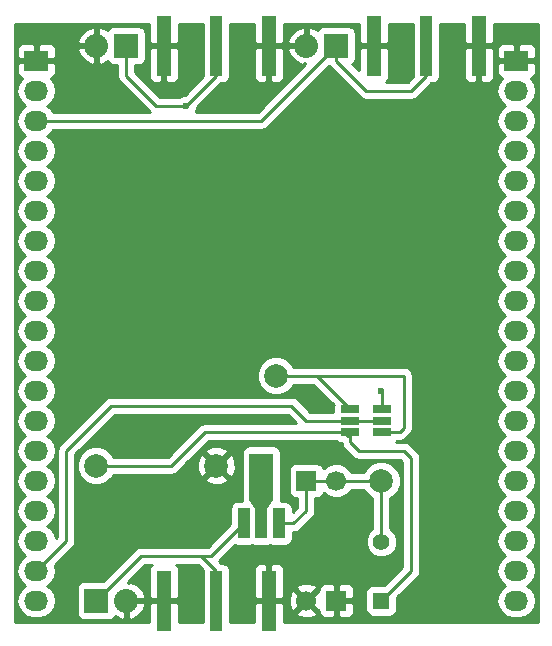
<source format=gbr>
G04 #@! TF.FileFunction,Copper,L1,Top,Signal*
%FSLAX46Y46*%
G04 Gerber Fmt 4.6, Leading zero omitted, Abs format (unit mm)*
G04 Created by KiCad (PCBNEW 4.0.3+e1-6302~38~ubuntu16.04.1-stable) date Thu Aug 25 17:22:04 2016*
%MOMM*%
%LPD*%
G01*
G04 APERTURE LIST*
%ADD10C,0.100000*%
%ADD11R,1.560000X0.650000*%
%ADD12R,1.400000X1.400000*%
%ADD13C,1.400000*%
%ADD14C,1.699260*%
%ADD15R,1.699260X1.699260*%
%ADD16R,2.032000X2.032000*%
%ADD17O,2.032000X2.032000*%
%ADD18C,1.998980*%
%ADD19R,1.000760X2.501900*%
%ADD20R,1.998980X4.000500*%
%ADD21C,2.000000*%
%ADD22R,1.270000X5.080000*%
%ADD23R,1.016000X5.080000*%
%ADD24R,2.032000X1.727200*%
%ADD25O,2.032000X1.727200*%
%ADD26C,0.600000*%
%ADD27C,0.250000*%
%ADD28C,0.254000*%
G04 APERTURE END LIST*
D10*
D11*
X100250000Y-108270000D03*
X100250000Y-109220000D03*
X100250000Y-110170000D03*
X102950000Y-110170000D03*
X102950000Y-108270000D03*
X102950000Y-109220000D03*
D12*
X102870000Y-124460000D03*
D13*
X102870000Y-119460000D03*
D14*
X96522540Y-124460520D03*
D15*
X96522540Y-114300520D03*
D14*
X99057460Y-114299480D03*
D15*
X99057460Y-124459480D03*
D16*
X78740000Y-124460000D03*
D17*
X81280000Y-124460000D03*
D16*
X81280000Y-77470000D03*
D17*
X78740000Y-77470000D03*
D16*
X99060000Y-77470000D03*
D17*
X96520000Y-77470000D03*
D18*
X78740000Y-113030000D03*
X88900000Y-113030000D03*
D19*
X91208860Y-117922040D03*
X92710000Y-117922040D03*
X94211140Y-117922040D03*
D20*
X92710000Y-113969800D03*
D10*
G36*
X93710760Y-115944650D02*
X93210380Y-116693950D01*
X92209620Y-116693950D01*
X91709240Y-115944650D01*
X93710760Y-115944650D01*
X93710760Y-115944650D01*
G37*
D21*
X102870000Y-114300000D03*
X93980000Y-105410000D03*
D22*
X111125000Y-77470000D03*
X102235000Y-77470000D03*
D23*
X106680000Y-77470000D03*
D22*
X93345000Y-77470000D03*
X84455000Y-77470000D03*
D23*
X88900000Y-77470000D03*
D22*
X84455000Y-124460000D03*
X93345000Y-124460000D03*
D23*
X88900000Y-124460000D03*
D24*
X114300000Y-78740000D03*
D25*
X114300000Y-81280000D03*
X114300000Y-83820000D03*
X114300000Y-86360000D03*
X114300000Y-88900000D03*
X114300000Y-91440000D03*
X114300000Y-93980000D03*
X114300000Y-96520000D03*
X114300000Y-99060000D03*
X114300000Y-101600000D03*
X114300000Y-104140000D03*
X114300000Y-106680000D03*
X114300000Y-109220000D03*
X114300000Y-111760000D03*
X114300000Y-114300000D03*
X114300000Y-116840000D03*
X114300000Y-119380000D03*
X114300000Y-121920000D03*
X114300000Y-124460000D03*
D24*
X73660000Y-78740000D03*
D25*
X73660000Y-81280000D03*
X73660000Y-83820000D03*
X73660000Y-86360000D03*
X73660000Y-88900000D03*
X73660000Y-91440000D03*
X73660000Y-93980000D03*
X73660000Y-96520000D03*
X73660000Y-99060000D03*
X73660000Y-101600000D03*
X73660000Y-104140000D03*
X73660000Y-106680000D03*
X73660000Y-109220000D03*
X73660000Y-111760000D03*
X73660000Y-114300000D03*
X73660000Y-116840000D03*
X73660000Y-119380000D03*
X73660000Y-121920000D03*
X73660000Y-124460000D03*
D26*
X86360000Y-82550000D03*
X102870000Y-106680000D03*
D27*
X81280000Y-77470000D02*
X81280000Y-80010000D01*
X81280000Y-80010000D02*
X83820000Y-82550000D01*
X83820000Y-82550000D02*
X86360000Y-82550000D01*
X86360000Y-82550000D02*
X88900000Y-80010000D01*
X88900000Y-80010000D02*
X88900000Y-77470000D01*
X102950000Y-110170000D02*
X104460000Y-110170000D01*
X104775000Y-105410000D02*
X97155000Y-105410000D01*
X104775000Y-109855000D02*
X104775000Y-105410000D01*
X104460000Y-110170000D02*
X104775000Y-109855000D01*
X93980000Y-105410000D02*
X97155000Y-105410000D01*
X97155000Y-105410000D02*
X97390000Y-105410000D01*
X97390000Y-105410000D02*
X100250000Y-108270000D01*
X100250000Y-109220000D02*
X96520000Y-109220000D01*
X76200000Y-119380000D02*
X73660000Y-121920000D01*
X76200000Y-111760000D02*
X76200000Y-119380000D01*
X80010000Y-107950000D02*
X76200000Y-111760000D01*
X95250000Y-107950000D02*
X80010000Y-107950000D01*
X96520000Y-109220000D02*
X95250000Y-107950000D01*
X100250000Y-109220000D02*
X102950000Y-109220000D01*
X100250000Y-110170000D02*
X100250000Y-111045000D01*
X105410000Y-121920000D02*
X102870000Y-124460000D01*
X105410000Y-112395000D02*
X105410000Y-121920000D01*
X104775000Y-111760000D02*
X105410000Y-112395000D01*
X100965000Y-111760000D02*
X104775000Y-111760000D01*
X100250000Y-111045000D02*
X100965000Y-111760000D01*
X78740000Y-113030000D02*
X85090000Y-113030000D01*
X87950000Y-110170000D02*
X100250000Y-110170000D01*
X85090000Y-113030000D02*
X87950000Y-110170000D01*
X99930000Y-110490000D02*
X100250000Y-110170000D01*
X102950000Y-108270000D02*
X102950000Y-106760000D01*
X102950000Y-106760000D02*
X102870000Y-106680000D01*
X94211140Y-117922040D02*
X95437960Y-117922040D01*
X96522540Y-116837460D02*
X96522540Y-114300520D01*
X95437960Y-117922040D02*
X96522540Y-116837460D01*
X96522540Y-114300520D02*
X99056420Y-114300520D01*
X99056420Y-114300520D02*
X99056940Y-114300000D01*
X99056940Y-114300000D02*
X102870000Y-114300000D01*
X102870000Y-114300000D02*
X102870000Y-119460000D01*
X94211140Y-117922040D02*
X94211140Y-117881920D01*
X87630000Y-120650000D02*
X88480900Y-120650000D01*
X88480900Y-120650000D02*
X91208860Y-117922040D01*
X91208860Y-117922040D02*
X91208860Y-118341140D01*
X78740000Y-124460000D02*
X82550000Y-120650000D01*
X87630000Y-120650000D02*
X88900000Y-121920000D01*
X82550000Y-120650000D02*
X87630000Y-120650000D01*
X88900000Y-121920000D02*
X88900000Y-124460000D01*
X99060000Y-77470000D02*
X99060000Y-78740000D01*
X105410000Y-81280000D02*
X106680000Y-80010000D01*
X101600000Y-81280000D02*
X105410000Y-81280000D01*
X99060000Y-78740000D02*
X101600000Y-81280000D01*
X106680000Y-80010000D02*
X106680000Y-77470000D01*
X73660000Y-83820000D02*
X92710000Y-83820000D01*
X92710000Y-83820000D02*
X99060000Y-77470000D01*
X106680000Y-80010000D02*
X106680000Y-77470000D01*
X92710000Y-117922040D02*
X92710000Y-113969800D01*
D28*
G36*
X83185000Y-77184250D02*
X83343750Y-77343000D01*
X84328000Y-77343000D01*
X84328000Y-77323000D01*
X84582000Y-77323000D01*
X84582000Y-77343000D01*
X85566250Y-77343000D01*
X85725000Y-77184250D01*
X85725000Y-75640000D01*
X87744560Y-75640000D01*
X87744560Y-80010000D01*
X87757330Y-80077868D01*
X86220320Y-81614878D01*
X86174833Y-81614838D01*
X85831057Y-81756883D01*
X85797882Y-81790000D01*
X84134802Y-81790000D01*
X82040000Y-79695198D01*
X82040000Y-79133440D01*
X82296000Y-79133440D01*
X82531317Y-79089162D01*
X82747441Y-78950090D01*
X82892431Y-78737890D01*
X82943440Y-78486000D01*
X82943440Y-77755750D01*
X83185000Y-77755750D01*
X83185000Y-80136310D01*
X83281673Y-80369699D01*
X83460302Y-80548327D01*
X83693691Y-80645000D01*
X84169250Y-80645000D01*
X84328000Y-80486250D01*
X84328000Y-77597000D01*
X84582000Y-77597000D01*
X84582000Y-80486250D01*
X84740750Y-80645000D01*
X85216309Y-80645000D01*
X85449698Y-80548327D01*
X85628327Y-80369699D01*
X85725000Y-80136310D01*
X85725000Y-77755750D01*
X85566250Y-77597000D01*
X84582000Y-77597000D01*
X84328000Y-77597000D01*
X83343750Y-77597000D01*
X83185000Y-77755750D01*
X82943440Y-77755750D01*
X82943440Y-76454000D01*
X82899162Y-76218683D01*
X82760090Y-76002559D01*
X82547890Y-75857569D01*
X82296000Y-75806560D01*
X80264000Y-75806560D01*
X80028683Y-75850838D01*
X79812559Y-75989910D01*
X79712144Y-76136872D01*
X79708379Y-76132812D01*
X79122946Y-75864017D01*
X78867000Y-75982633D01*
X78867000Y-77343000D01*
X78887000Y-77343000D01*
X78887000Y-77597000D01*
X78867000Y-77597000D01*
X78867000Y-78957367D01*
X79122946Y-79075983D01*
X79708379Y-78807188D01*
X79712934Y-78802276D01*
X79799910Y-78937441D01*
X80012110Y-79082431D01*
X80264000Y-79133440D01*
X80520000Y-79133440D01*
X80520000Y-80010000D01*
X80577852Y-80300839D01*
X80742599Y-80547401D01*
X83255198Y-83060000D01*
X75104648Y-83060000D01*
X74904415Y-82760330D01*
X74589634Y-82550000D01*
X74904415Y-82339670D01*
X75229271Y-81853489D01*
X75343345Y-81280000D01*
X75229271Y-80706511D01*
X74904415Y-80220330D01*
X74882220Y-80205500D01*
X75035699Y-80141927D01*
X75214327Y-79963298D01*
X75311000Y-79729909D01*
X75311000Y-79025750D01*
X75152250Y-78867000D01*
X73787000Y-78867000D01*
X73787000Y-78887000D01*
X73533000Y-78887000D01*
X73533000Y-78867000D01*
X72167750Y-78867000D01*
X72009000Y-79025750D01*
X72009000Y-79729909D01*
X72105673Y-79963298D01*
X72284301Y-80141927D01*
X72437780Y-80205500D01*
X72415585Y-80220330D01*
X72090729Y-80706511D01*
X71976655Y-81280000D01*
X72090729Y-81853489D01*
X72415585Y-82339670D01*
X72730366Y-82550000D01*
X72415585Y-82760330D01*
X72090729Y-83246511D01*
X71976655Y-83820000D01*
X72090729Y-84393489D01*
X72415585Y-84879670D01*
X72730366Y-85090000D01*
X72415585Y-85300330D01*
X72090729Y-85786511D01*
X71976655Y-86360000D01*
X72090729Y-86933489D01*
X72415585Y-87419670D01*
X72730366Y-87630000D01*
X72415585Y-87840330D01*
X72090729Y-88326511D01*
X71976655Y-88900000D01*
X72090729Y-89473489D01*
X72415585Y-89959670D01*
X72730366Y-90170000D01*
X72415585Y-90380330D01*
X72090729Y-90866511D01*
X71976655Y-91440000D01*
X72090729Y-92013489D01*
X72415585Y-92499670D01*
X72730366Y-92710000D01*
X72415585Y-92920330D01*
X72090729Y-93406511D01*
X71976655Y-93980000D01*
X72090729Y-94553489D01*
X72415585Y-95039670D01*
X72730366Y-95250000D01*
X72415585Y-95460330D01*
X72090729Y-95946511D01*
X71976655Y-96520000D01*
X72090729Y-97093489D01*
X72415585Y-97579670D01*
X72730366Y-97790000D01*
X72415585Y-98000330D01*
X72090729Y-98486511D01*
X71976655Y-99060000D01*
X72090729Y-99633489D01*
X72415585Y-100119670D01*
X72730366Y-100330000D01*
X72415585Y-100540330D01*
X72090729Y-101026511D01*
X71976655Y-101600000D01*
X72090729Y-102173489D01*
X72415585Y-102659670D01*
X72730366Y-102870000D01*
X72415585Y-103080330D01*
X72090729Y-103566511D01*
X71976655Y-104140000D01*
X72090729Y-104713489D01*
X72415585Y-105199670D01*
X72730366Y-105410000D01*
X72415585Y-105620330D01*
X72090729Y-106106511D01*
X71976655Y-106680000D01*
X72090729Y-107253489D01*
X72415585Y-107739670D01*
X72730366Y-107950000D01*
X72415585Y-108160330D01*
X72090729Y-108646511D01*
X71976655Y-109220000D01*
X72090729Y-109793489D01*
X72415585Y-110279670D01*
X72730366Y-110490000D01*
X72415585Y-110700330D01*
X72090729Y-111186511D01*
X71976655Y-111760000D01*
X72090729Y-112333489D01*
X72415585Y-112819670D01*
X72730366Y-113030000D01*
X72415585Y-113240330D01*
X72090729Y-113726511D01*
X71976655Y-114300000D01*
X72090729Y-114873489D01*
X72415585Y-115359670D01*
X72730366Y-115570000D01*
X72415585Y-115780330D01*
X72090729Y-116266511D01*
X71976655Y-116840000D01*
X72090729Y-117413489D01*
X72415585Y-117899670D01*
X72730366Y-118110000D01*
X72415585Y-118320330D01*
X72090729Y-118806511D01*
X71976655Y-119380000D01*
X72090729Y-119953489D01*
X72415585Y-120439670D01*
X72730366Y-120650000D01*
X72415585Y-120860330D01*
X72090729Y-121346511D01*
X71976655Y-121920000D01*
X72090729Y-122493489D01*
X72415585Y-122979670D01*
X72730366Y-123190000D01*
X72415585Y-123400330D01*
X72090729Y-123886511D01*
X71976655Y-124460000D01*
X72090729Y-125033489D01*
X72415585Y-125519670D01*
X72901766Y-125844526D01*
X73475255Y-125958600D01*
X73844745Y-125958600D01*
X74418234Y-125844526D01*
X74904415Y-125519670D01*
X75229271Y-125033489D01*
X75343345Y-124460000D01*
X75229271Y-123886511D01*
X74904415Y-123400330D01*
X74589634Y-123190000D01*
X74904415Y-122979670D01*
X75229271Y-122493489D01*
X75343345Y-121920000D01*
X75242381Y-121412421D01*
X76737401Y-119917401D01*
X76902148Y-119670840D01*
X76911746Y-119622586D01*
X76960000Y-119380000D01*
X76960000Y-112074802D01*
X80324802Y-108710000D01*
X94935198Y-108710000D01*
X95635198Y-109410000D01*
X87950000Y-109410000D01*
X87659161Y-109467852D01*
X87412599Y-109632599D01*
X84775198Y-112270000D01*
X80194496Y-112270000D01*
X80126462Y-112105345D01*
X79667073Y-111645154D01*
X79066547Y-111395794D01*
X78416306Y-111395226D01*
X77815345Y-111643538D01*
X77355154Y-112102927D01*
X77105794Y-112703453D01*
X77105226Y-113353694D01*
X77353538Y-113954655D01*
X77812927Y-114414846D01*
X78413453Y-114664206D01*
X79063694Y-114664774D01*
X79664655Y-114416462D01*
X79899363Y-114182163D01*
X87927443Y-114182163D01*
X88026042Y-114448965D01*
X88635582Y-114675401D01*
X89285377Y-114651341D01*
X89773958Y-114448965D01*
X89872557Y-114182163D01*
X88900000Y-113209605D01*
X87927443Y-114182163D01*
X79899363Y-114182163D01*
X80124846Y-113957073D01*
X80194221Y-113790000D01*
X85090000Y-113790000D01*
X85380839Y-113732148D01*
X85627401Y-113567401D01*
X86429220Y-112765582D01*
X87254599Y-112765582D01*
X87278659Y-113415377D01*
X87481035Y-113903958D01*
X87747837Y-114002557D01*
X88720395Y-113030000D01*
X89079605Y-113030000D01*
X90052163Y-114002557D01*
X90318965Y-113903958D01*
X90545401Y-113294418D01*
X90521341Y-112644623D01*
X90318965Y-112156042D01*
X90052163Y-112057443D01*
X89079605Y-113030000D01*
X88720395Y-113030000D01*
X87747837Y-112057443D01*
X87481035Y-112156042D01*
X87254599Y-112765582D01*
X86429220Y-112765582D01*
X87316965Y-111877837D01*
X87927443Y-111877837D01*
X88900000Y-112850395D01*
X89872557Y-111877837D01*
X89773958Y-111611035D01*
X89164418Y-111384599D01*
X88514623Y-111408659D01*
X88026042Y-111611035D01*
X87927443Y-111877837D01*
X87316965Y-111877837D01*
X88264802Y-110930000D01*
X98995331Y-110930000D01*
X99005910Y-110946441D01*
X99218110Y-111091431D01*
X99470000Y-111142440D01*
X99509382Y-111142440D01*
X99547852Y-111335839D01*
X99712599Y-111582401D01*
X100427599Y-112297401D01*
X100674161Y-112462148D01*
X100965000Y-112520000D01*
X104460198Y-112520000D01*
X104650000Y-112709802D01*
X104650000Y-121605198D01*
X103142638Y-123112560D01*
X102170000Y-123112560D01*
X101934683Y-123156838D01*
X101718559Y-123295910D01*
X101573569Y-123508110D01*
X101522560Y-123760000D01*
X101522560Y-125160000D01*
X101566838Y-125395317D01*
X101705910Y-125611441D01*
X101918110Y-125756431D01*
X102170000Y-125807440D01*
X103570000Y-125807440D01*
X103805317Y-125763162D01*
X104021441Y-125624090D01*
X104166431Y-125411890D01*
X104217440Y-125160000D01*
X104217440Y-124187362D01*
X105947401Y-122457401D01*
X106112148Y-122210840D01*
X106121746Y-122162586D01*
X106170000Y-121920000D01*
X106170000Y-112395000D01*
X106112148Y-112104161D01*
X105947401Y-111857599D01*
X105312401Y-111222599D01*
X105065839Y-111057852D01*
X104775000Y-111000000D01*
X104117865Y-111000000D01*
X104181441Y-110959090D01*
X104201317Y-110930000D01*
X104460000Y-110930000D01*
X104750839Y-110872148D01*
X104997401Y-110707401D01*
X105312401Y-110392401D01*
X105477148Y-110145840D01*
X105535000Y-109855000D01*
X105535000Y-105410000D01*
X105477148Y-105119161D01*
X105312401Y-104872599D01*
X105065839Y-104707852D01*
X104775000Y-104650000D01*
X95435047Y-104650000D01*
X95366894Y-104485057D01*
X94907363Y-104024722D01*
X94306648Y-103775284D01*
X93656205Y-103774716D01*
X93055057Y-104023106D01*
X92594722Y-104482637D01*
X92345284Y-105083352D01*
X92344716Y-105733795D01*
X92593106Y-106334943D01*
X93052637Y-106795278D01*
X93653352Y-107044716D01*
X94303795Y-107045284D01*
X94904943Y-106796894D01*
X95365278Y-106337363D01*
X95434773Y-106170000D01*
X97075198Y-106170000D01*
X98827214Y-107922016D01*
X98822560Y-107945000D01*
X98822560Y-108460000D01*
X96834802Y-108460000D01*
X95787401Y-107412599D01*
X95540839Y-107247852D01*
X95250000Y-107190000D01*
X80010000Y-107190000D01*
X79719161Y-107247852D01*
X79472599Y-107412599D01*
X75662599Y-111222599D01*
X75497852Y-111469161D01*
X75440000Y-111760000D01*
X75440000Y-119065198D01*
X75307152Y-119198046D01*
X75229271Y-118806511D01*
X74904415Y-118320330D01*
X74589634Y-118110000D01*
X74904415Y-117899670D01*
X75229271Y-117413489D01*
X75343345Y-116840000D01*
X75229271Y-116266511D01*
X74904415Y-115780330D01*
X74589634Y-115570000D01*
X74904415Y-115359670D01*
X75229271Y-114873489D01*
X75343345Y-114300000D01*
X75229271Y-113726511D01*
X74904415Y-113240330D01*
X74589634Y-113030000D01*
X74904415Y-112819670D01*
X75229271Y-112333489D01*
X75343345Y-111760000D01*
X75229271Y-111186511D01*
X74904415Y-110700330D01*
X74589634Y-110490000D01*
X74904415Y-110279670D01*
X75229271Y-109793489D01*
X75343345Y-109220000D01*
X75229271Y-108646511D01*
X74904415Y-108160330D01*
X74589634Y-107950000D01*
X74904415Y-107739670D01*
X75229271Y-107253489D01*
X75343345Y-106680000D01*
X75229271Y-106106511D01*
X74904415Y-105620330D01*
X74589634Y-105410000D01*
X74904415Y-105199670D01*
X75229271Y-104713489D01*
X75343345Y-104140000D01*
X75229271Y-103566511D01*
X74904415Y-103080330D01*
X74589634Y-102870000D01*
X74904415Y-102659670D01*
X75229271Y-102173489D01*
X75343345Y-101600000D01*
X75229271Y-101026511D01*
X74904415Y-100540330D01*
X74589634Y-100330000D01*
X74904415Y-100119670D01*
X75229271Y-99633489D01*
X75343345Y-99060000D01*
X75229271Y-98486511D01*
X74904415Y-98000330D01*
X74589634Y-97790000D01*
X74904415Y-97579670D01*
X75229271Y-97093489D01*
X75343345Y-96520000D01*
X75229271Y-95946511D01*
X74904415Y-95460330D01*
X74589634Y-95250000D01*
X74904415Y-95039670D01*
X75229271Y-94553489D01*
X75343345Y-93980000D01*
X75229271Y-93406511D01*
X74904415Y-92920330D01*
X74589634Y-92710000D01*
X74904415Y-92499670D01*
X75229271Y-92013489D01*
X75343345Y-91440000D01*
X75229271Y-90866511D01*
X74904415Y-90380330D01*
X74589634Y-90170000D01*
X74904415Y-89959670D01*
X75229271Y-89473489D01*
X75343345Y-88900000D01*
X75229271Y-88326511D01*
X74904415Y-87840330D01*
X74589634Y-87630000D01*
X74904415Y-87419670D01*
X75229271Y-86933489D01*
X75343345Y-86360000D01*
X75229271Y-85786511D01*
X74904415Y-85300330D01*
X74589634Y-85090000D01*
X74904415Y-84879670D01*
X75104648Y-84580000D01*
X92710000Y-84580000D01*
X93000839Y-84522148D01*
X93247401Y-84357401D01*
X98444414Y-79160388D01*
X98522599Y-79277401D01*
X101062599Y-81817401D01*
X101309160Y-81982148D01*
X101357414Y-81991746D01*
X101600000Y-82040000D01*
X105410000Y-82040000D01*
X105700839Y-81982148D01*
X105947401Y-81817401D01*
X106484802Y-81280000D01*
X112616655Y-81280000D01*
X112730729Y-81853489D01*
X113055585Y-82339670D01*
X113370366Y-82550000D01*
X113055585Y-82760330D01*
X112730729Y-83246511D01*
X112616655Y-83820000D01*
X112730729Y-84393489D01*
X113055585Y-84879670D01*
X113370366Y-85090000D01*
X113055585Y-85300330D01*
X112730729Y-85786511D01*
X112616655Y-86360000D01*
X112730729Y-86933489D01*
X113055585Y-87419670D01*
X113370366Y-87630000D01*
X113055585Y-87840330D01*
X112730729Y-88326511D01*
X112616655Y-88900000D01*
X112730729Y-89473489D01*
X113055585Y-89959670D01*
X113370366Y-90170000D01*
X113055585Y-90380330D01*
X112730729Y-90866511D01*
X112616655Y-91440000D01*
X112730729Y-92013489D01*
X113055585Y-92499670D01*
X113370366Y-92710000D01*
X113055585Y-92920330D01*
X112730729Y-93406511D01*
X112616655Y-93980000D01*
X112730729Y-94553489D01*
X113055585Y-95039670D01*
X113370366Y-95250000D01*
X113055585Y-95460330D01*
X112730729Y-95946511D01*
X112616655Y-96520000D01*
X112730729Y-97093489D01*
X113055585Y-97579670D01*
X113370366Y-97790000D01*
X113055585Y-98000330D01*
X112730729Y-98486511D01*
X112616655Y-99060000D01*
X112730729Y-99633489D01*
X113055585Y-100119670D01*
X113370366Y-100330000D01*
X113055585Y-100540330D01*
X112730729Y-101026511D01*
X112616655Y-101600000D01*
X112730729Y-102173489D01*
X113055585Y-102659670D01*
X113370366Y-102870000D01*
X113055585Y-103080330D01*
X112730729Y-103566511D01*
X112616655Y-104140000D01*
X112730729Y-104713489D01*
X113055585Y-105199670D01*
X113370366Y-105410000D01*
X113055585Y-105620330D01*
X112730729Y-106106511D01*
X112616655Y-106680000D01*
X112730729Y-107253489D01*
X113055585Y-107739670D01*
X113370366Y-107950000D01*
X113055585Y-108160330D01*
X112730729Y-108646511D01*
X112616655Y-109220000D01*
X112730729Y-109793489D01*
X113055585Y-110279670D01*
X113370366Y-110490000D01*
X113055585Y-110700330D01*
X112730729Y-111186511D01*
X112616655Y-111760000D01*
X112730729Y-112333489D01*
X113055585Y-112819670D01*
X113370366Y-113030000D01*
X113055585Y-113240330D01*
X112730729Y-113726511D01*
X112616655Y-114300000D01*
X112730729Y-114873489D01*
X113055585Y-115359670D01*
X113370366Y-115570000D01*
X113055585Y-115780330D01*
X112730729Y-116266511D01*
X112616655Y-116840000D01*
X112730729Y-117413489D01*
X113055585Y-117899670D01*
X113370366Y-118110000D01*
X113055585Y-118320330D01*
X112730729Y-118806511D01*
X112616655Y-119380000D01*
X112730729Y-119953489D01*
X113055585Y-120439670D01*
X113370366Y-120650000D01*
X113055585Y-120860330D01*
X112730729Y-121346511D01*
X112616655Y-121920000D01*
X112730729Y-122493489D01*
X113055585Y-122979670D01*
X113370366Y-123190000D01*
X113055585Y-123400330D01*
X112730729Y-123886511D01*
X112616655Y-124460000D01*
X112730729Y-125033489D01*
X113055585Y-125519670D01*
X113541766Y-125844526D01*
X114115255Y-125958600D01*
X114484745Y-125958600D01*
X115058234Y-125844526D01*
X115544415Y-125519670D01*
X115869271Y-125033489D01*
X115983345Y-124460000D01*
X115869271Y-123886511D01*
X115544415Y-123400330D01*
X115229634Y-123190000D01*
X115544415Y-122979670D01*
X115869271Y-122493489D01*
X115983345Y-121920000D01*
X115869271Y-121346511D01*
X115544415Y-120860330D01*
X115229634Y-120650000D01*
X115544415Y-120439670D01*
X115869271Y-119953489D01*
X115983345Y-119380000D01*
X115869271Y-118806511D01*
X115544415Y-118320330D01*
X115229634Y-118110000D01*
X115544415Y-117899670D01*
X115869271Y-117413489D01*
X115983345Y-116840000D01*
X115869271Y-116266511D01*
X115544415Y-115780330D01*
X115229634Y-115570000D01*
X115544415Y-115359670D01*
X115869271Y-114873489D01*
X115983345Y-114300000D01*
X115869271Y-113726511D01*
X115544415Y-113240330D01*
X115229634Y-113030000D01*
X115544415Y-112819670D01*
X115869271Y-112333489D01*
X115983345Y-111760000D01*
X115869271Y-111186511D01*
X115544415Y-110700330D01*
X115229634Y-110490000D01*
X115544415Y-110279670D01*
X115869271Y-109793489D01*
X115983345Y-109220000D01*
X115869271Y-108646511D01*
X115544415Y-108160330D01*
X115229634Y-107950000D01*
X115544415Y-107739670D01*
X115869271Y-107253489D01*
X115983345Y-106680000D01*
X115869271Y-106106511D01*
X115544415Y-105620330D01*
X115229634Y-105410000D01*
X115544415Y-105199670D01*
X115869271Y-104713489D01*
X115983345Y-104140000D01*
X115869271Y-103566511D01*
X115544415Y-103080330D01*
X115229634Y-102870000D01*
X115544415Y-102659670D01*
X115869271Y-102173489D01*
X115983345Y-101600000D01*
X115869271Y-101026511D01*
X115544415Y-100540330D01*
X115229634Y-100330000D01*
X115544415Y-100119670D01*
X115869271Y-99633489D01*
X115983345Y-99060000D01*
X115869271Y-98486511D01*
X115544415Y-98000330D01*
X115229634Y-97790000D01*
X115544415Y-97579670D01*
X115869271Y-97093489D01*
X115983345Y-96520000D01*
X115869271Y-95946511D01*
X115544415Y-95460330D01*
X115229634Y-95250000D01*
X115544415Y-95039670D01*
X115869271Y-94553489D01*
X115983345Y-93980000D01*
X115869271Y-93406511D01*
X115544415Y-92920330D01*
X115229634Y-92710000D01*
X115544415Y-92499670D01*
X115869271Y-92013489D01*
X115983345Y-91440000D01*
X115869271Y-90866511D01*
X115544415Y-90380330D01*
X115229634Y-90170000D01*
X115544415Y-89959670D01*
X115869271Y-89473489D01*
X115983345Y-88900000D01*
X115869271Y-88326511D01*
X115544415Y-87840330D01*
X115229634Y-87630000D01*
X115544415Y-87419670D01*
X115869271Y-86933489D01*
X115983345Y-86360000D01*
X115869271Y-85786511D01*
X115544415Y-85300330D01*
X115229634Y-85090000D01*
X115544415Y-84879670D01*
X115869271Y-84393489D01*
X115983345Y-83820000D01*
X115869271Y-83246511D01*
X115544415Y-82760330D01*
X115229634Y-82550000D01*
X115544415Y-82339670D01*
X115869271Y-81853489D01*
X115983345Y-81280000D01*
X115869271Y-80706511D01*
X115544415Y-80220330D01*
X115522220Y-80205500D01*
X115675699Y-80141927D01*
X115854327Y-79963298D01*
X115951000Y-79729909D01*
X115951000Y-79025750D01*
X115792250Y-78867000D01*
X114427000Y-78867000D01*
X114427000Y-78887000D01*
X114173000Y-78887000D01*
X114173000Y-78867000D01*
X112807750Y-78867000D01*
X112649000Y-79025750D01*
X112649000Y-79729909D01*
X112745673Y-79963298D01*
X112924301Y-80141927D01*
X113077780Y-80205500D01*
X113055585Y-80220330D01*
X112730729Y-80706511D01*
X112616655Y-81280000D01*
X106484802Y-81280000D01*
X107107362Y-80657440D01*
X107188000Y-80657440D01*
X107423317Y-80613162D01*
X107639441Y-80474090D01*
X107784431Y-80261890D01*
X107835440Y-80010000D01*
X107835440Y-77755750D01*
X109855000Y-77755750D01*
X109855000Y-80136310D01*
X109951673Y-80369699D01*
X110130302Y-80548327D01*
X110363691Y-80645000D01*
X110839250Y-80645000D01*
X110998000Y-80486250D01*
X110998000Y-77597000D01*
X111252000Y-77597000D01*
X111252000Y-80486250D01*
X111410750Y-80645000D01*
X111886309Y-80645000D01*
X112119698Y-80548327D01*
X112298327Y-80369699D01*
X112395000Y-80136310D01*
X112395000Y-77755750D01*
X112389341Y-77750091D01*
X112649000Y-77750091D01*
X112649000Y-78454250D01*
X112807750Y-78613000D01*
X114173000Y-78613000D01*
X114173000Y-77400150D01*
X114427000Y-77400150D01*
X114427000Y-78613000D01*
X115792250Y-78613000D01*
X115951000Y-78454250D01*
X115951000Y-77750091D01*
X115854327Y-77516702D01*
X115675699Y-77338073D01*
X115442310Y-77241400D01*
X114585750Y-77241400D01*
X114427000Y-77400150D01*
X114173000Y-77400150D01*
X114014250Y-77241400D01*
X113157690Y-77241400D01*
X112924301Y-77338073D01*
X112745673Y-77516702D01*
X112649000Y-77750091D01*
X112389341Y-77750091D01*
X112236250Y-77597000D01*
X111252000Y-77597000D01*
X110998000Y-77597000D01*
X110013750Y-77597000D01*
X109855000Y-77755750D01*
X107835440Y-77755750D01*
X107835440Y-75640000D01*
X109855000Y-75640000D01*
X109855000Y-77184250D01*
X110013750Y-77343000D01*
X110998000Y-77343000D01*
X110998000Y-77323000D01*
X111252000Y-77323000D01*
X111252000Y-77343000D01*
X112236250Y-77343000D01*
X112395000Y-77184250D01*
X112395000Y-75640000D01*
X116130000Y-75640000D01*
X116130000Y-126290000D01*
X94615000Y-126290000D01*
X94615000Y-125504210D01*
X95658455Y-125504210D01*
X95738682Y-125755473D01*
X96293907Y-125956870D01*
X96883939Y-125930461D01*
X97306398Y-125755473D01*
X97386625Y-125504210D01*
X96522540Y-124640125D01*
X95658455Y-125504210D01*
X94615000Y-125504210D01*
X94615000Y-124745750D01*
X94456250Y-124587000D01*
X93472000Y-124587000D01*
X93472000Y-124607000D01*
X93218000Y-124607000D01*
X93218000Y-124587000D01*
X92233750Y-124587000D01*
X92075000Y-124745750D01*
X92075000Y-126290000D01*
X90055440Y-126290000D01*
X90055440Y-121920000D01*
X90031674Y-121793690D01*
X92075000Y-121793690D01*
X92075000Y-124174250D01*
X92233750Y-124333000D01*
X93218000Y-124333000D01*
X93218000Y-121443750D01*
X93472000Y-121443750D01*
X93472000Y-124333000D01*
X94456250Y-124333000D01*
X94557363Y-124231887D01*
X95026190Y-124231887D01*
X95052599Y-124821919D01*
X95227587Y-125244378D01*
X95478850Y-125324605D01*
X96342935Y-124460520D01*
X96702145Y-124460520D01*
X97566230Y-125324605D01*
X97572830Y-125322498D01*
X97572830Y-125435419D01*
X97669503Y-125668808D01*
X97848131Y-125847437D01*
X98081520Y-125944110D01*
X98771710Y-125944110D01*
X98930460Y-125785360D01*
X98930460Y-124586480D01*
X99184460Y-124586480D01*
X99184460Y-125785360D01*
X99343210Y-125944110D01*
X100033400Y-125944110D01*
X100266789Y-125847437D01*
X100445417Y-125668808D01*
X100542090Y-125435419D01*
X100542090Y-124745230D01*
X100383340Y-124586480D01*
X99184460Y-124586480D01*
X98930460Y-124586480D01*
X98910460Y-124586480D01*
X98910460Y-124332480D01*
X98930460Y-124332480D01*
X98930460Y-123133600D01*
X99184460Y-123133600D01*
X99184460Y-124332480D01*
X100383340Y-124332480D01*
X100542090Y-124173730D01*
X100542090Y-123483541D01*
X100445417Y-123250152D01*
X100266789Y-123071523D01*
X100033400Y-122974850D01*
X99343210Y-122974850D01*
X99184460Y-123133600D01*
X98930460Y-123133600D01*
X98771710Y-122974850D01*
X98081520Y-122974850D01*
X97848131Y-123071523D01*
X97669503Y-123250152D01*
X97572830Y-123483541D01*
X97572830Y-123598542D01*
X97566230Y-123596435D01*
X96702145Y-124460520D01*
X96342935Y-124460520D01*
X95478850Y-123596435D01*
X95227587Y-123676662D01*
X95026190Y-124231887D01*
X94557363Y-124231887D01*
X94615000Y-124174250D01*
X94615000Y-123416830D01*
X95658455Y-123416830D01*
X96522540Y-124280915D01*
X97386625Y-123416830D01*
X97306398Y-123165567D01*
X96751173Y-122964170D01*
X96161141Y-122990579D01*
X95738682Y-123165567D01*
X95658455Y-123416830D01*
X94615000Y-123416830D01*
X94615000Y-121793690D01*
X94518327Y-121560301D01*
X94339698Y-121381673D01*
X94106309Y-121285000D01*
X93630750Y-121285000D01*
X93472000Y-121443750D01*
X93218000Y-121443750D01*
X93059250Y-121285000D01*
X92583691Y-121285000D01*
X92350302Y-121381673D01*
X92171673Y-121560301D01*
X92075000Y-121793690D01*
X90031674Y-121793690D01*
X90011162Y-121684683D01*
X89872090Y-121468559D01*
X89659890Y-121323569D01*
X89408000Y-121272560D01*
X89327362Y-121272560D01*
X89130252Y-121075450D01*
X90444525Y-119761177D01*
X90456590Y-119769421D01*
X90708480Y-119820430D01*
X91709240Y-119820430D01*
X91944557Y-119776152D01*
X91956414Y-119768522D01*
X91957730Y-119769421D01*
X92209620Y-119820430D01*
X93210380Y-119820430D01*
X93445697Y-119776152D01*
X93457554Y-119768522D01*
X93458870Y-119769421D01*
X93710760Y-119820430D01*
X94711520Y-119820430D01*
X94946837Y-119776152D01*
X95162961Y-119637080D01*
X95307951Y-119424880D01*
X95358960Y-119172990D01*
X95358960Y-118682040D01*
X95437960Y-118682040D01*
X95728799Y-118624188D01*
X95975361Y-118459441D01*
X97059941Y-117374861D01*
X97224688Y-117128299D01*
X97282540Y-116837460D01*
X97282540Y-115797590D01*
X97372170Y-115797590D01*
X97607487Y-115753312D01*
X97823611Y-115614240D01*
X97968601Y-115402040D01*
X97984073Y-115325637D01*
X98215386Y-115557354D01*
X98760853Y-115783852D01*
X99351476Y-115784368D01*
X99897337Y-115558822D01*
X100315334Y-115141554D01*
X100349198Y-115060000D01*
X101414953Y-115060000D01*
X101483106Y-115224943D01*
X101942637Y-115685278D01*
X102110000Y-115754773D01*
X102110000Y-118332345D01*
X101738902Y-118702796D01*
X101535232Y-119193287D01*
X101534769Y-119724383D01*
X101737582Y-120215229D01*
X102112796Y-120591098D01*
X102603287Y-120794768D01*
X103134383Y-120795231D01*
X103625229Y-120592418D01*
X104001098Y-120217204D01*
X104204768Y-119726713D01*
X104205231Y-119195617D01*
X104002418Y-118704771D01*
X103630000Y-118331703D01*
X103630000Y-115755047D01*
X103794943Y-115686894D01*
X104255278Y-115227363D01*
X104504716Y-114626648D01*
X104505284Y-113976205D01*
X104256894Y-113375057D01*
X103797363Y-112914722D01*
X103196648Y-112665284D01*
X102546205Y-112664716D01*
X101945057Y-112913106D01*
X101484722Y-113372637D01*
X101415227Y-113540000D01*
X100350021Y-113540000D01*
X100316802Y-113459603D01*
X99899534Y-113041606D01*
X99354067Y-112815108D01*
X98763444Y-112814592D01*
X98217583Y-113040138D01*
X97985849Y-113271468D01*
X97975332Y-113215573D01*
X97836260Y-112999449D01*
X97624060Y-112854459D01*
X97372170Y-112803450D01*
X95672910Y-112803450D01*
X95437593Y-112847728D01*
X95221469Y-112986800D01*
X95076479Y-113199000D01*
X95025470Y-113450890D01*
X95025470Y-115150150D01*
X95069748Y-115385467D01*
X95208820Y-115601591D01*
X95421020Y-115746581D01*
X95672910Y-115797590D01*
X95762540Y-115797590D01*
X95762540Y-116522658D01*
X95358960Y-116926238D01*
X95358960Y-116671090D01*
X95314682Y-116435773D01*
X95175610Y-116219649D01*
X94963410Y-116074659D01*
X94711520Y-116023650D01*
X94346076Y-116023650D01*
X94356930Y-115970050D01*
X94356930Y-115965750D01*
X94357953Y-115962537D01*
X94356930Y-115956654D01*
X94356930Y-111969550D01*
X94312652Y-111734233D01*
X94173580Y-111518109D01*
X93961380Y-111373119D01*
X93709490Y-111322110D01*
X91710510Y-111322110D01*
X91475193Y-111366388D01*
X91259069Y-111505460D01*
X91114079Y-111717660D01*
X91063070Y-111969550D01*
X91063070Y-115970050D01*
X91073156Y-116023650D01*
X90708480Y-116023650D01*
X90473163Y-116067928D01*
X90257039Y-116207000D01*
X90112049Y-116419200D01*
X90061040Y-116671090D01*
X90061040Y-117995058D01*
X88166098Y-119890000D01*
X82550000Y-119890000D01*
X82259161Y-119947852D01*
X82012599Y-120112599D01*
X79328638Y-122796560D01*
X77724000Y-122796560D01*
X77488683Y-122840838D01*
X77272559Y-122979910D01*
X77127569Y-123192110D01*
X77076560Y-123444000D01*
X77076560Y-125476000D01*
X77120838Y-125711317D01*
X77259910Y-125927441D01*
X77472110Y-126072431D01*
X77724000Y-126123440D01*
X79756000Y-126123440D01*
X79991317Y-126079162D01*
X80207441Y-125940090D01*
X80307856Y-125793128D01*
X80311621Y-125797188D01*
X80897054Y-126065983D01*
X81153000Y-125947367D01*
X81153000Y-124587000D01*
X81407000Y-124587000D01*
X81407000Y-125947367D01*
X81662946Y-126065983D01*
X82248379Y-125797188D01*
X82686385Y-125324818D01*
X82885975Y-124842944D01*
X82766836Y-124587000D01*
X81407000Y-124587000D01*
X81153000Y-124587000D01*
X81133000Y-124587000D01*
X81133000Y-124333000D01*
X81153000Y-124333000D01*
X81153000Y-124313000D01*
X81407000Y-124313000D01*
X81407000Y-124333000D01*
X82766836Y-124333000D01*
X82885975Y-124077056D01*
X82686385Y-123595182D01*
X82248379Y-123122812D01*
X81662946Y-122854017D01*
X81407002Y-122972632D01*
X81407002Y-122867800D01*
X82864802Y-121410000D01*
X83431975Y-121410000D01*
X83281673Y-121560301D01*
X83185000Y-121793690D01*
X83185000Y-124174250D01*
X83343750Y-124333000D01*
X84328000Y-124333000D01*
X84328000Y-124313000D01*
X84582000Y-124313000D01*
X84582000Y-124333000D01*
X85566250Y-124333000D01*
X85725000Y-124174250D01*
X85725000Y-121793690D01*
X85628327Y-121560301D01*
X85478025Y-121410000D01*
X87315198Y-121410000D01*
X87758140Y-121852942D01*
X87744560Y-121920000D01*
X87744560Y-126290000D01*
X85725000Y-126290000D01*
X85725000Y-124745750D01*
X85566250Y-124587000D01*
X84582000Y-124587000D01*
X84582000Y-124607000D01*
X84328000Y-124607000D01*
X84328000Y-124587000D01*
X83343750Y-124587000D01*
X83185000Y-124745750D01*
X83185000Y-126290000D01*
X71830000Y-126290000D01*
X71830000Y-77750091D01*
X72009000Y-77750091D01*
X72009000Y-78454250D01*
X72167750Y-78613000D01*
X73533000Y-78613000D01*
X73533000Y-77400150D01*
X73787000Y-77400150D01*
X73787000Y-78613000D01*
X75152250Y-78613000D01*
X75311000Y-78454250D01*
X75311000Y-77852944D01*
X77134025Y-77852944D01*
X77333615Y-78334818D01*
X77771621Y-78807188D01*
X78357054Y-79075983D01*
X78613000Y-78957367D01*
X78613000Y-77597000D01*
X77253164Y-77597000D01*
X77134025Y-77852944D01*
X75311000Y-77852944D01*
X75311000Y-77750091D01*
X75214327Y-77516702D01*
X75035699Y-77338073D01*
X74802310Y-77241400D01*
X73945750Y-77241400D01*
X73787000Y-77400150D01*
X73533000Y-77400150D01*
X73374250Y-77241400D01*
X72517690Y-77241400D01*
X72284301Y-77338073D01*
X72105673Y-77516702D01*
X72009000Y-77750091D01*
X71830000Y-77750091D01*
X71830000Y-77087056D01*
X77134025Y-77087056D01*
X77253164Y-77343000D01*
X78613000Y-77343000D01*
X78613000Y-75982633D01*
X78357054Y-75864017D01*
X77771621Y-76132812D01*
X77333615Y-76605182D01*
X77134025Y-77087056D01*
X71830000Y-77087056D01*
X71830000Y-75640000D01*
X83185000Y-75640000D01*
X83185000Y-77184250D01*
X83185000Y-77184250D01*
G37*
X83185000Y-77184250D02*
X83343750Y-77343000D01*
X84328000Y-77343000D01*
X84328000Y-77323000D01*
X84582000Y-77323000D01*
X84582000Y-77343000D01*
X85566250Y-77343000D01*
X85725000Y-77184250D01*
X85725000Y-75640000D01*
X87744560Y-75640000D01*
X87744560Y-80010000D01*
X87757330Y-80077868D01*
X86220320Y-81614878D01*
X86174833Y-81614838D01*
X85831057Y-81756883D01*
X85797882Y-81790000D01*
X84134802Y-81790000D01*
X82040000Y-79695198D01*
X82040000Y-79133440D01*
X82296000Y-79133440D01*
X82531317Y-79089162D01*
X82747441Y-78950090D01*
X82892431Y-78737890D01*
X82943440Y-78486000D01*
X82943440Y-77755750D01*
X83185000Y-77755750D01*
X83185000Y-80136310D01*
X83281673Y-80369699D01*
X83460302Y-80548327D01*
X83693691Y-80645000D01*
X84169250Y-80645000D01*
X84328000Y-80486250D01*
X84328000Y-77597000D01*
X84582000Y-77597000D01*
X84582000Y-80486250D01*
X84740750Y-80645000D01*
X85216309Y-80645000D01*
X85449698Y-80548327D01*
X85628327Y-80369699D01*
X85725000Y-80136310D01*
X85725000Y-77755750D01*
X85566250Y-77597000D01*
X84582000Y-77597000D01*
X84328000Y-77597000D01*
X83343750Y-77597000D01*
X83185000Y-77755750D01*
X82943440Y-77755750D01*
X82943440Y-76454000D01*
X82899162Y-76218683D01*
X82760090Y-76002559D01*
X82547890Y-75857569D01*
X82296000Y-75806560D01*
X80264000Y-75806560D01*
X80028683Y-75850838D01*
X79812559Y-75989910D01*
X79712144Y-76136872D01*
X79708379Y-76132812D01*
X79122946Y-75864017D01*
X78867000Y-75982633D01*
X78867000Y-77343000D01*
X78887000Y-77343000D01*
X78887000Y-77597000D01*
X78867000Y-77597000D01*
X78867000Y-78957367D01*
X79122946Y-79075983D01*
X79708379Y-78807188D01*
X79712934Y-78802276D01*
X79799910Y-78937441D01*
X80012110Y-79082431D01*
X80264000Y-79133440D01*
X80520000Y-79133440D01*
X80520000Y-80010000D01*
X80577852Y-80300839D01*
X80742599Y-80547401D01*
X83255198Y-83060000D01*
X75104648Y-83060000D01*
X74904415Y-82760330D01*
X74589634Y-82550000D01*
X74904415Y-82339670D01*
X75229271Y-81853489D01*
X75343345Y-81280000D01*
X75229271Y-80706511D01*
X74904415Y-80220330D01*
X74882220Y-80205500D01*
X75035699Y-80141927D01*
X75214327Y-79963298D01*
X75311000Y-79729909D01*
X75311000Y-79025750D01*
X75152250Y-78867000D01*
X73787000Y-78867000D01*
X73787000Y-78887000D01*
X73533000Y-78887000D01*
X73533000Y-78867000D01*
X72167750Y-78867000D01*
X72009000Y-79025750D01*
X72009000Y-79729909D01*
X72105673Y-79963298D01*
X72284301Y-80141927D01*
X72437780Y-80205500D01*
X72415585Y-80220330D01*
X72090729Y-80706511D01*
X71976655Y-81280000D01*
X72090729Y-81853489D01*
X72415585Y-82339670D01*
X72730366Y-82550000D01*
X72415585Y-82760330D01*
X72090729Y-83246511D01*
X71976655Y-83820000D01*
X72090729Y-84393489D01*
X72415585Y-84879670D01*
X72730366Y-85090000D01*
X72415585Y-85300330D01*
X72090729Y-85786511D01*
X71976655Y-86360000D01*
X72090729Y-86933489D01*
X72415585Y-87419670D01*
X72730366Y-87630000D01*
X72415585Y-87840330D01*
X72090729Y-88326511D01*
X71976655Y-88900000D01*
X72090729Y-89473489D01*
X72415585Y-89959670D01*
X72730366Y-90170000D01*
X72415585Y-90380330D01*
X72090729Y-90866511D01*
X71976655Y-91440000D01*
X72090729Y-92013489D01*
X72415585Y-92499670D01*
X72730366Y-92710000D01*
X72415585Y-92920330D01*
X72090729Y-93406511D01*
X71976655Y-93980000D01*
X72090729Y-94553489D01*
X72415585Y-95039670D01*
X72730366Y-95250000D01*
X72415585Y-95460330D01*
X72090729Y-95946511D01*
X71976655Y-96520000D01*
X72090729Y-97093489D01*
X72415585Y-97579670D01*
X72730366Y-97790000D01*
X72415585Y-98000330D01*
X72090729Y-98486511D01*
X71976655Y-99060000D01*
X72090729Y-99633489D01*
X72415585Y-100119670D01*
X72730366Y-100330000D01*
X72415585Y-100540330D01*
X72090729Y-101026511D01*
X71976655Y-101600000D01*
X72090729Y-102173489D01*
X72415585Y-102659670D01*
X72730366Y-102870000D01*
X72415585Y-103080330D01*
X72090729Y-103566511D01*
X71976655Y-104140000D01*
X72090729Y-104713489D01*
X72415585Y-105199670D01*
X72730366Y-105410000D01*
X72415585Y-105620330D01*
X72090729Y-106106511D01*
X71976655Y-106680000D01*
X72090729Y-107253489D01*
X72415585Y-107739670D01*
X72730366Y-107950000D01*
X72415585Y-108160330D01*
X72090729Y-108646511D01*
X71976655Y-109220000D01*
X72090729Y-109793489D01*
X72415585Y-110279670D01*
X72730366Y-110490000D01*
X72415585Y-110700330D01*
X72090729Y-111186511D01*
X71976655Y-111760000D01*
X72090729Y-112333489D01*
X72415585Y-112819670D01*
X72730366Y-113030000D01*
X72415585Y-113240330D01*
X72090729Y-113726511D01*
X71976655Y-114300000D01*
X72090729Y-114873489D01*
X72415585Y-115359670D01*
X72730366Y-115570000D01*
X72415585Y-115780330D01*
X72090729Y-116266511D01*
X71976655Y-116840000D01*
X72090729Y-117413489D01*
X72415585Y-117899670D01*
X72730366Y-118110000D01*
X72415585Y-118320330D01*
X72090729Y-118806511D01*
X71976655Y-119380000D01*
X72090729Y-119953489D01*
X72415585Y-120439670D01*
X72730366Y-120650000D01*
X72415585Y-120860330D01*
X72090729Y-121346511D01*
X71976655Y-121920000D01*
X72090729Y-122493489D01*
X72415585Y-122979670D01*
X72730366Y-123190000D01*
X72415585Y-123400330D01*
X72090729Y-123886511D01*
X71976655Y-124460000D01*
X72090729Y-125033489D01*
X72415585Y-125519670D01*
X72901766Y-125844526D01*
X73475255Y-125958600D01*
X73844745Y-125958600D01*
X74418234Y-125844526D01*
X74904415Y-125519670D01*
X75229271Y-125033489D01*
X75343345Y-124460000D01*
X75229271Y-123886511D01*
X74904415Y-123400330D01*
X74589634Y-123190000D01*
X74904415Y-122979670D01*
X75229271Y-122493489D01*
X75343345Y-121920000D01*
X75242381Y-121412421D01*
X76737401Y-119917401D01*
X76902148Y-119670840D01*
X76911746Y-119622586D01*
X76960000Y-119380000D01*
X76960000Y-112074802D01*
X80324802Y-108710000D01*
X94935198Y-108710000D01*
X95635198Y-109410000D01*
X87950000Y-109410000D01*
X87659161Y-109467852D01*
X87412599Y-109632599D01*
X84775198Y-112270000D01*
X80194496Y-112270000D01*
X80126462Y-112105345D01*
X79667073Y-111645154D01*
X79066547Y-111395794D01*
X78416306Y-111395226D01*
X77815345Y-111643538D01*
X77355154Y-112102927D01*
X77105794Y-112703453D01*
X77105226Y-113353694D01*
X77353538Y-113954655D01*
X77812927Y-114414846D01*
X78413453Y-114664206D01*
X79063694Y-114664774D01*
X79664655Y-114416462D01*
X79899363Y-114182163D01*
X87927443Y-114182163D01*
X88026042Y-114448965D01*
X88635582Y-114675401D01*
X89285377Y-114651341D01*
X89773958Y-114448965D01*
X89872557Y-114182163D01*
X88900000Y-113209605D01*
X87927443Y-114182163D01*
X79899363Y-114182163D01*
X80124846Y-113957073D01*
X80194221Y-113790000D01*
X85090000Y-113790000D01*
X85380839Y-113732148D01*
X85627401Y-113567401D01*
X86429220Y-112765582D01*
X87254599Y-112765582D01*
X87278659Y-113415377D01*
X87481035Y-113903958D01*
X87747837Y-114002557D01*
X88720395Y-113030000D01*
X89079605Y-113030000D01*
X90052163Y-114002557D01*
X90318965Y-113903958D01*
X90545401Y-113294418D01*
X90521341Y-112644623D01*
X90318965Y-112156042D01*
X90052163Y-112057443D01*
X89079605Y-113030000D01*
X88720395Y-113030000D01*
X87747837Y-112057443D01*
X87481035Y-112156042D01*
X87254599Y-112765582D01*
X86429220Y-112765582D01*
X87316965Y-111877837D01*
X87927443Y-111877837D01*
X88900000Y-112850395D01*
X89872557Y-111877837D01*
X89773958Y-111611035D01*
X89164418Y-111384599D01*
X88514623Y-111408659D01*
X88026042Y-111611035D01*
X87927443Y-111877837D01*
X87316965Y-111877837D01*
X88264802Y-110930000D01*
X98995331Y-110930000D01*
X99005910Y-110946441D01*
X99218110Y-111091431D01*
X99470000Y-111142440D01*
X99509382Y-111142440D01*
X99547852Y-111335839D01*
X99712599Y-111582401D01*
X100427599Y-112297401D01*
X100674161Y-112462148D01*
X100965000Y-112520000D01*
X104460198Y-112520000D01*
X104650000Y-112709802D01*
X104650000Y-121605198D01*
X103142638Y-123112560D01*
X102170000Y-123112560D01*
X101934683Y-123156838D01*
X101718559Y-123295910D01*
X101573569Y-123508110D01*
X101522560Y-123760000D01*
X101522560Y-125160000D01*
X101566838Y-125395317D01*
X101705910Y-125611441D01*
X101918110Y-125756431D01*
X102170000Y-125807440D01*
X103570000Y-125807440D01*
X103805317Y-125763162D01*
X104021441Y-125624090D01*
X104166431Y-125411890D01*
X104217440Y-125160000D01*
X104217440Y-124187362D01*
X105947401Y-122457401D01*
X106112148Y-122210840D01*
X106121746Y-122162586D01*
X106170000Y-121920000D01*
X106170000Y-112395000D01*
X106112148Y-112104161D01*
X105947401Y-111857599D01*
X105312401Y-111222599D01*
X105065839Y-111057852D01*
X104775000Y-111000000D01*
X104117865Y-111000000D01*
X104181441Y-110959090D01*
X104201317Y-110930000D01*
X104460000Y-110930000D01*
X104750839Y-110872148D01*
X104997401Y-110707401D01*
X105312401Y-110392401D01*
X105477148Y-110145840D01*
X105535000Y-109855000D01*
X105535000Y-105410000D01*
X105477148Y-105119161D01*
X105312401Y-104872599D01*
X105065839Y-104707852D01*
X104775000Y-104650000D01*
X95435047Y-104650000D01*
X95366894Y-104485057D01*
X94907363Y-104024722D01*
X94306648Y-103775284D01*
X93656205Y-103774716D01*
X93055057Y-104023106D01*
X92594722Y-104482637D01*
X92345284Y-105083352D01*
X92344716Y-105733795D01*
X92593106Y-106334943D01*
X93052637Y-106795278D01*
X93653352Y-107044716D01*
X94303795Y-107045284D01*
X94904943Y-106796894D01*
X95365278Y-106337363D01*
X95434773Y-106170000D01*
X97075198Y-106170000D01*
X98827214Y-107922016D01*
X98822560Y-107945000D01*
X98822560Y-108460000D01*
X96834802Y-108460000D01*
X95787401Y-107412599D01*
X95540839Y-107247852D01*
X95250000Y-107190000D01*
X80010000Y-107190000D01*
X79719161Y-107247852D01*
X79472599Y-107412599D01*
X75662599Y-111222599D01*
X75497852Y-111469161D01*
X75440000Y-111760000D01*
X75440000Y-119065198D01*
X75307152Y-119198046D01*
X75229271Y-118806511D01*
X74904415Y-118320330D01*
X74589634Y-118110000D01*
X74904415Y-117899670D01*
X75229271Y-117413489D01*
X75343345Y-116840000D01*
X75229271Y-116266511D01*
X74904415Y-115780330D01*
X74589634Y-115570000D01*
X74904415Y-115359670D01*
X75229271Y-114873489D01*
X75343345Y-114300000D01*
X75229271Y-113726511D01*
X74904415Y-113240330D01*
X74589634Y-113030000D01*
X74904415Y-112819670D01*
X75229271Y-112333489D01*
X75343345Y-111760000D01*
X75229271Y-111186511D01*
X74904415Y-110700330D01*
X74589634Y-110490000D01*
X74904415Y-110279670D01*
X75229271Y-109793489D01*
X75343345Y-109220000D01*
X75229271Y-108646511D01*
X74904415Y-108160330D01*
X74589634Y-107950000D01*
X74904415Y-107739670D01*
X75229271Y-107253489D01*
X75343345Y-106680000D01*
X75229271Y-106106511D01*
X74904415Y-105620330D01*
X74589634Y-105410000D01*
X74904415Y-105199670D01*
X75229271Y-104713489D01*
X75343345Y-104140000D01*
X75229271Y-103566511D01*
X74904415Y-103080330D01*
X74589634Y-102870000D01*
X74904415Y-102659670D01*
X75229271Y-102173489D01*
X75343345Y-101600000D01*
X75229271Y-101026511D01*
X74904415Y-100540330D01*
X74589634Y-100330000D01*
X74904415Y-100119670D01*
X75229271Y-99633489D01*
X75343345Y-99060000D01*
X75229271Y-98486511D01*
X74904415Y-98000330D01*
X74589634Y-97790000D01*
X74904415Y-97579670D01*
X75229271Y-97093489D01*
X75343345Y-96520000D01*
X75229271Y-95946511D01*
X74904415Y-95460330D01*
X74589634Y-95250000D01*
X74904415Y-95039670D01*
X75229271Y-94553489D01*
X75343345Y-93980000D01*
X75229271Y-93406511D01*
X74904415Y-92920330D01*
X74589634Y-92710000D01*
X74904415Y-92499670D01*
X75229271Y-92013489D01*
X75343345Y-91440000D01*
X75229271Y-90866511D01*
X74904415Y-90380330D01*
X74589634Y-90170000D01*
X74904415Y-89959670D01*
X75229271Y-89473489D01*
X75343345Y-88900000D01*
X75229271Y-88326511D01*
X74904415Y-87840330D01*
X74589634Y-87630000D01*
X74904415Y-87419670D01*
X75229271Y-86933489D01*
X75343345Y-86360000D01*
X75229271Y-85786511D01*
X74904415Y-85300330D01*
X74589634Y-85090000D01*
X74904415Y-84879670D01*
X75104648Y-84580000D01*
X92710000Y-84580000D01*
X93000839Y-84522148D01*
X93247401Y-84357401D01*
X98444414Y-79160388D01*
X98522599Y-79277401D01*
X101062599Y-81817401D01*
X101309160Y-81982148D01*
X101357414Y-81991746D01*
X101600000Y-82040000D01*
X105410000Y-82040000D01*
X105700839Y-81982148D01*
X105947401Y-81817401D01*
X106484802Y-81280000D01*
X112616655Y-81280000D01*
X112730729Y-81853489D01*
X113055585Y-82339670D01*
X113370366Y-82550000D01*
X113055585Y-82760330D01*
X112730729Y-83246511D01*
X112616655Y-83820000D01*
X112730729Y-84393489D01*
X113055585Y-84879670D01*
X113370366Y-85090000D01*
X113055585Y-85300330D01*
X112730729Y-85786511D01*
X112616655Y-86360000D01*
X112730729Y-86933489D01*
X113055585Y-87419670D01*
X113370366Y-87630000D01*
X113055585Y-87840330D01*
X112730729Y-88326511D01*
X112616655Y-88900000D01*
X112730729Y-89473489D01*
X113055585Y-89959670D01*
X113370366Y-90170000D01*
X113055585Y-90380330D01*
X112730729Y-90866511D01*
X112616655Y-91440000D01*
X112730729Y-92013489D01*
X113055585Y-92499670D01*
X113370366Y-92710000D01*
X113055585Y-92920330D01*
X112730729Y-93406511D01*
X112616655Y-93980000D01*
X112730729Y-94553489D01*
X113055585Y-95039670D01*
X113370366Y-95250000D01*
X113055585Y-95460330D01*
X112730729Y-95946511D01*
X112616655Y-96520000D01*
X112730729Y-97093489D01*
X113055585Y-97579670D01*
X113370366Y-97790000D01*
X113055585Y-98000330D01*
X112730729Y-98486511D01*
X112616655Y-99060000D01*
X112730729Y-99633489D01*
X113055585Y-100119670D01*
X113370366Y-100330000D01*
X113055585Y-100540330D01*
X112730729Y-101026511D01*
X112616655Y-101600000D01*
X112730729Y-102173489D01*
X113055585Y-102659670D01*
X113370366Y-102870000D01*
X113055585Y-103080330D01*
X112730729Y-103566511D01*
X112616655Y-104140000D01*
X112730729Y-104713489D01*
X113055585Y-105199670D01*
X113370366Y-105410000D01*
X113055585Y-105620330D01*
X112730729Y-106106511D01*
X112616655Y-106680000D01*
X112730729Y-107253489D01*
X113055585Y-107739670D01*
X113370366Y-107950000D01*
X113055585Y-108160330D01*
X112730729Y-108646511D01*
X112616655Y-109220000D01*
X112730729Y-109793489D01*
X113055585Y-110279670D01*
X113370366Y-110490000D01*
X113055585Y-110700330D01*
X112730729Y-111186511D01*
X112616655Y-111760000D01*
X112730729Y-112333489D01*
X113055585Y-112819670D01*
X113370366Y-113030000D01*
X113055585Y-113240330D01*
X112730729Y-113726511D01*
X112616655Y-114300000D01*
X112730729Y-114873489D01*
X113055585Y-115359670D01*
X113370366Y-115570000D01*
X113055585Y-115780330D01*
X112730729Y-116266511D01*
X112616655Y-116840000D01*
X112730729Y-117413489D01*
X113055585Y-117899670D01*
X113370366Y-118110000D01*
X113055585Y-118320330D01*
X112730729Y-118806511D01*
X112616655Y-119380000D01*
X112730729Y-119953489D01*
X113055585Y-120439670D01*
X113370366Y-120650000D01*
X113055585Y-120860330D01*
X112730729Y-121346511D01*
X112616655Y-121920000D01*
X112730729Y-122493489D01*
X113055585Y-122979670D01*
X113370366Y-123190000D01*
X113055585Y-123400330D01*
X112730729Y-123886511D01*
X112616655Y-124460000D01*
X112730729Y-125033489D01*
X113055585Y-125519670D01*
X113541766Y-125844526D01*
X114115255Y-125958600D01*
X114484745Y-125958600D01*
X115058234Y-125844526D01*
X115544415Y-125519670D01*
X115869271Y-125033489D01*
X115983345Y-124460000D01*
X115869271Y-123886511D01*
X115544415Y-123400330D01*
X115229634Y-123190000D01*
X115544415Y-122979670D01*
X115869271Y-122493489D01*
X115983345Y-121920000D01*
X115869271Y-121346511D01*
X115544415Y-120860330D01*
X115229634Y-120650000D01*
X115544415Y-120439670D01*
X115869271Y-119953489D01*
X115983345Y-119380000D01*
X115869271Y-118806511D01*
X115544415Y-118320330D01*
X115229634Y-118110000D01*
X115544415Y-117899670D01*
X115869271Y-117413489D01*
X115983345Y-116840000D01*
X115869271Y-116266511D01*
X115544415Y-115780330D01*
X115229634Y-115570000D01*
X115544415Y-115359670D01*
X115869271Y-114873489D01*
X115983345Y-114300000D01*
X115869271Y-113726511D01*
X115544415Y-113240330D01*
X115229634Y-113030000D01*
X115544415Y-112819670D01*
X115869271Y-112333489D01*
X115983345Y-111760000D01*
X115869271Y-111186511D01*
X115544415Y-110700330D01*
X115229634Y-110490000D01*
X115544415Y-110279670D01*
X115869271Y-109793489D01*
X115983345Y-109220000D01*
X115869271Y-108646511D01*
X115544415Y-108160330D01*
X115229634Y-107950000D01*
X115544415Y-107739670D01*
X115869271Y-107253489D01*
X115983345Y-106680000D01*
X115869271Y-106106511D01*
X115544415Y-105620330D01*
X115229634Y-105410000D01*
X115544415Y-105199670D01*
X115869271Y-104713489D01*
X115983345Y-104140000D01*
X115869271Y-103566511D01*
X115544415Y-103080330D01*
X115229634Y-102870000D01*
X115544415Y-102659670D01*
X115869271Y-102173489D01*
X115983345Y-101600000D01*
X115869271Y-101026511D01*
X115544415Y-100540330D01*
X115229634Y-100330000D01*
X115544415Y-100119670D01*
X115869271Y-99633489D01*
X115983345Y-99060000D01*
X115869271Y-98486511D01*
X115544415Y-98000330D01*
X115229634Y-97790000D01*
X115544415Y-97579670D01*
X115869271Y-97093489D01*
X115983345Y-96520000D01*
X115869271Y-95946511D01*
X115544415Y-95460330D01*
X115229634Y-95250000D01*
X115544415Y-95039670D01*
X115869271Y-94553489D01*
X115983345Y-93980000D01*
X115869271Y-93406511D01*
X115544415Y-92920330D01*
X115229634Y-92710000D01*
X115544415Y-92499670D01*
X115869271Y-92013489D01*
X115983345Y-91440000D01*
X115869271Y-90866511D01*
X115544415Y-90380330D01*
X115229634Y-90170000D01*
X115544415Y-89959670D01*
X115869271Y-89473489D01*
X115983345Y-88900000D01*
X115869271Y-88326511D01*
X115544415Y-87840330D01*
X115229634Y-87630000D01*
X115544415Y-87419670D01*
X115869271Y-86933489D01*
X115983345Y-86360000D01*
X115869271Y-85786511D01*
X115544415Y-85300330D01*
X115229634Y-85090000D01*
X115544415Y-84879670D01*
X115869271Y-84393489D01*
X115983345Y-83820000D01*
X115869271Y-83246511D01*
X115544415Y-82760330D01*
X115229634Y-82550000D01*
X115544415Y-82339670D01*
X115869271Y-81853489D01*
X115983345Y-81280000D01*
X115869271Y-80706511D01*
X115544415Y-80220330D01*
X115522220Y-80205500D01*
X115675699Y-80141927D01*
X115854327Y-79963298D01*
X115951000Y-79729909D01*
X115951000Y-79025750D01*
X115792250Y-78867000D01*
X114427000Y-78867000D01*
X114427000Y-78887000D01*
X114173000Y-78887000D01*
X114173000Y-78867000D01*
X112807750Y-78867000D01*
X112649000Y-79025750D01*
X112649000Y-79729909D01*
X112745673Y-79963298D01*
X112924301Y-80141927D01*
X113077780Y-80205500D01*
X113055585Y-80220330D01*
X112730729Y-80706511D01*
X112616655Y-81280000D01*
X106484802Y-81280000D01*
X107107362Y-80657440D01*
X107188000Y-80657440D01*
X107423317Y-80613162D01*
X107639441Y-80474090D01*
X107784431Y-80261890D01*
X107835440Y-80010000D01*
X107835440Y-77755750D01*
X109855000Y-77755750D01*
X109855000Y-80136310D01*
X109951673Y-80369699D01*
X110130302Y-80548327D01*
X110363691Y-80645000D01*
X110839250Y-80645000D01*
X110998000Y-80486250D01*
X110998000Y-77597000D01*
X111252000Y-77597000D01*
X111252000Y-80486250D01*
X111410750Y-80645000D01*
X111886309Y-80645000D01*
X112119698Y-80548327D01*
X112298327Y-80369699D01*
X112395000Y-80136310D01*
X112395000Y-77755750D01*
X112389341Y-77750091D01*
X112649000Y-77750091D01*
X112649000Y-78454250D01*
X112807750Y-78613000D01*
X114173000Y-78613000D01*
X114173000Y-77400150D01*
X114427000Y-77400150D01*
X114427000Y-78613000D01*
X115792250Y-78613000D01*
X115951000Y-78454250D01*
X115951000Y-77750091D01*
X115854327Y-77516702D01*
X115675699Y-77338073D01*
X115442310Y-77241400D01*
X114585750Y-77241400D01*
X114427000Y-77400150D01*
X114173000Y-77400150D01*
X114014250Y-77241400D01*
X113157690Y-77241400D01*
X112924301Y-77338073D01*
X112745673Y-77516702D01*
X112649000Y-77750091D01*
X112389341Y-77750091D01*
X112236250Y-77597000D01*
X111252000Y-77597000D01*
X110998000Y-77597000D01*
X110013750Y-77597000D01*
X109855000Y-77755750D01*
X107835440Y-77755750D01*
X107835440Y-75640000D01*
X109855000Y-75640000D01*
X109855000Y-77184250D01*
X110013750Y-77343000D01*
X110998000Y-77343000D01*
X110998000Y-77323000D01*
X111252000Y-77323000D01*
X111252000Y-77343000D01*
X112236250Y-77343000D01*
X112395000Y-77184250D01*
X112395000Y-75640000D01*
X116130000Y-75640000D01*
X116130000Y-126290000D01*
X94615000Y-126290000D01*
X94615000Y-125504210D01*
X95658455Y-125504210D01*
X95738682Y-125755473D01*
X96293907Y-125956870D01*
X96883939Y-125930461D01*
X97306398Y-125755473D01*
X97386625Y-125504210D01*
X96522540Y-124640125D01*
X95658455Y-125504210D01*
X94615000Y-125504210D01*
X94615000Y-124745750D01*
X94456250Y-124587000D01*
X93472000Y-124587000D01*
X93472000Y-124607000D01*
X93218000Y-124607000D01*
X93218000Y-124587000D01*
X92233750Y-124587000D01*
X92075000Y-124745750D01*
X92075000Y-126290000D01*
X90055440Y-126290000D01*
X90055440Y-121920000D01*
X90031674Y-121793690D01*
X92075000Y-121793690D01*
X92075000Y-124174250D01*
X92233750Y-124333000D01*
X93218000Y-124333000D01*
X93218000Y-121443750D01*
X93472000Y-121443750D01*
X93472000Y-124333000D01*
X94456250Y-124333000D01*
X94557363Y-124231887D01*
X95026190Y-124231887D01*
X95052599Y-124821919D01*
X95227587Y-125244378D01*
X95478850Y-125324605D01*
X96342935Y-124460520D01*
X96702145Y-124460520D01*
X97566230Y-125324605D01*
X97572830Y-125322498D01*
X97572830Y-125435419D01*
X97669503Y-125668808D01*
X97848131Y-125847437D01*
X98081520Y-125944110D01*
X98771710Y-125944110D01*
X98930460Y-125785360D01*
X98930460Y-124586480D01*
X99184460Y-124586480D01*
X99184460Y-125785360D01*
X99343210Y-125944110D01*
X100033400Y-125944110D01*
X100266789Y-125847437D01*
X100445417Y-125668808D01*
X100542090Y-125435419D01*
X100542090Y-124745230D01*
X100383340Y-124586480D01*
X99184460Y-124586480D01*
X98930460Y-124586480D01*
X98910460Y-124586480D01*
X98910460Y-124332480D01*
X98930460Y-124332480D01*
X98930460Y-123133600D01*
X99184460Y-123133600D01*
X99184460Y-124332480D01*
X100383340Y-124332480D01*
X100542090Y-124173730D01*
X100542090Y-123483541D01*
X100445417Y-123250152D01*
X100266789Y-123071523D01*
X100033400Y-122974850D01*
X99343210Y-122974850D01*
X99184460Y-123133600D01*
X98930460Y-123133600D01*
X98771710Y-122974850D01*
X98081520Y-122974850D01*
X97848131Y-123071523D01*
X97669503Y-123250152D01*
X97572830Y-123483541D01*
X97572830Y-123598542D01*
X97566230Y-123596435D01*
X96702145Y-124460520D01*
X96342935Y-124460520D01*
X95478850Y-123596435D01*
X95227587Y-123676662D01*
X95026190Y-124231887D01*
X94557363Y-124231887D01*
X94615000Y-124174250D01*
X94615000Y-123416830D01*
X95658455Y-123416830D01*
X96522540Y-124280915D01*
X97386625Y-123416830D01*
X97306398Y-123165567D01*
X96751173Y-122964170D01*
X96161141Y-122990579D01*
X95738682Y-123165567D01*
X95658455Y-123416830D01*
X94615000Y-123416830D01*
X94615000Y-121793690D01*
X94518327Y-121560301D01*
X94339698Y-121381673D01*
X94106309Y-121285000D01*
X93630750Y-121285000D01*
X93472000Y-121443750D01*
X93218000Y-121443750D01*
X93059250Y-121285000D01*
X92583691Y-121285000D01*
X92350302Y-121381673D01*
X92171673Y-121560301D01*
X92075000Y-121793690D01*
X90031674Y-121793690D01*
X90011162Y-121684683D01*
X89872090Y-121468559D01*
X89659890Y-121323569D01*
X89408000Y-121272560D01*
X89327362Y-121272560D01*
X89130252Y-121075450D01*
X90444525Y-119761177D01*
X90456590Y-119769421D01*
X90708480Y-119820430D01*
X91709240Y-119820430D01*
X91944557Y-119776152D01*
X91956414Y-119768522D01*
X91957730Y-119769421D01*
X92209620Y-119820430D01*
X93210380Y-119820430D01*
X93445697Y-119776152D01*
X93457554Y-119768522D01*
X93458870Y-119769421D01*
X93710760Y-119820430D01*
X94711520Y-119820430D01*
X94946837Y-119776152D01*
X95162961Y-119637080D01*
X95307951Y-119424880D01*
X95358960Y-119172990D01*
X95358960Y-118682040D01*
X95437960Y-118682040D01*
X95728799Y-118624188D01*
X95975361Y-118459441D01*
X97059941Y-117374861D01*
X97224688Y-117128299D01*
X97282540Y-116837460D01*
X97282540Y-115797590D01*
X97372170Y-115797590D01*
X97607487Y-115753312D01*
X97823611Y-115614240D01*
X97968601Y-115402040D01*
X97984073Y-115325637D01*
X98215386Y-115557354D01*
X98760853Y-115783852D01*
X99351476Y-115784368D01*
X99897337Y-115558822D01*
X100315334Y-115141554D01*
X100349198Y-115060000D01*
X101414953Y-115060000D01*
X101483106Y-115224943D01*
X101942637Y-115685278D01*
X102110000Y-115754773D01*
X102110000Y-118332345D01*
X101738902Y-118702796D01*
X101535232Y-119193287D01*
X101534769Y-119724383D01*
X101737582Y-120215229D01*
X102112796Y-120591098D01*
X102603287Y-120794768D01*
X103134383Y-120795231D01*
X103625229Y-120592418D01*
X104001098Y-120217204D01*
X104204768Y-119726713D01*
X104205231Y-119195617D01*
X104002418Y-118704771D01*
X103630000Y-118331703D01*
X103630000Y-115755047D01*
X103794943Y-115686894D01*
X104255278Y-115227363D01*
X104504716Y-114626648D01*
X104505284Y-113976205D01*
X104256894Y-113375057D01*
X103797363Y-112914722D01*
X103196648Y-112665284D01*
X102546205Y-112664716D01*
X101945057Y-112913106D01*
X101484722Y-113372637D01*
X101415227Y-113540000D01*
X100350021Y-113540000D01*
X100316802Y-113459603D01*
X99899534Y-113041606D01*
X99354067Y-112815108D01*
X98763444Y-112814592D01*
X98217583Y-113040138D01*
X97985849Y-113271468D01*
X97975332Y-113215573D01*
X97836260Y-112999449D01*
X97624060Y-112854459D01*
X97372170Y-112803450D01*
X95672910Y-112803450D01*
X95437593Y-112847728D01*
X95221469Y-112986800D01*
X95076479Y-113199000D01*
X95025470Y-113450890D01*
X95025470Y-115150150D01*
X95069748Y-115385467D01*
X95208820Y-115601591D01*
X95421020Y-115746581D01*
X95672910Y-115797590D01*
X95762540Y-115797590D01*
X95762540Y-116522658D01*
X95358960Y-116926238D01*
X95358960Y-116671090D01*
X95314682Y-116435773D01*
X95175610Y-116219649D01*
X94963410Y-116074659D01*
X94711520Y-116023650D01*
X94346076Y-116023650D01*
X94356930Y-115970050D01*
X94356930Y-115965750D01*
X94357953Y-115962537D01*
X94356930Y-115956654D01*
X94356930Y-111969550D01*
X94312652Y-111734233D01*
X94173580Y-111518109D01*
X93961380Y-111373119D01*
X93709490Y-111322110D01*
X91710510Y-111322110D01*
X91475193Y-111366388D01*
X91259069Y-111505460D01*
X91114079Y-111717660D01*
X91063070Y-111969550D01*
X91063070Y-115970050D01*
X91073156Y-116023650D01*
X90708480Y-116023650D01*
X90473163Y-116067928D01*
X90257039Y-116207000D01*
X90112049Y-116419200D01*
X90061040Y-116671090D01*
X90061040Y-117995058D01*
X88166098Y-119890000D01*
X82550000Y-119890000D01*
X82259161Y-119947852D01*
X82012599Y-120112599D01*
X79328638Y-122796560D01*
X77724000Y-122796560D01*
X77488683Y-122840838D01*
X77272559Y-122979910D01*
X77127569Y-123192110D01*
X77076560Y-123444000D01*
X77076560Y-125476000D01*
X77120838Y-125711317D01*
X77259910Y-125927441D01*
X77472110Y-126072431D01*
X77724000Y-126123440D01*
X79756000Y-126123440D01*
X79991317Y-126079162D01*
X80207441Y-125940090D01*
X80307856Y-125793128D01*
X80311621Y-125797188D01*
X80897054Y-126065983D01*
X81153000Y-125947367D01*
X81153000Y-124587000D01*
X81407000Y-124587000D01*
X81407000Y-125947367D01*
X81662946Y-126065983D01*
X82248379Y-125797188D01*
X82686385Y-125324818D01*
X82885975Y-124842944D01*
X82766836Y-124587000D01*
X81407000Y-124587000D01*
X81153000Y-124587000D01*
X81133000Y-124587000D01*
X81133000Y-124333000D01*
X81153000Y-124333000D01*
X81153000Y-124313000D01*
X81407000Y-124313000D01*
X81407000Y-124333000D01*
X82766836Y-124333000D01*
X82885975Y-124077056D01*
X82686385Y-123595182D01*
X82248379Y-123122812D01*
X81662946Y-122854017D01*
X81407002Y-122972632D01*
X81407002Y-122867800D01*
X82864802Y-121410000D01*
X83431975Y-121410000D01*
X83281673Y-121560301D01*
X83185000Y-121793690D01*
X83185000Y-124174250D01*
X83343750Y-124333000D01*
X84328000Y-124333000D01*
X84328000Y-124313000D01*
X84582000Y-124313000D01*
X84582000Y-124333000D01*
X85566250Y-124333000D01*
X85725000Y-124174250D01*
X85725000Y-121793690D01*
X85628327Y-121560301D01*
X85478025Y-121410000D01*
X87315198Y-121410000D01*
X87758140Y-121852942D01*
X87744560Y-121920000D01*
X87744560Y-126290000D01*
X85725000Y-126290000D01*
X85725000Y-124745750D01*
X85566250Y-124587000D01*
X84582000Y-124587000D01*
X84582000Y-124607000D01*
X84328000Y-124607000D01*
X84328000Y-124587000D01*
X83343750Y-124587000D01*
X83185000Y-124745750D01*
X83185000Y-126290000D01*
X71830000Y-126290000D01*
X71830000Y-77750091D01*
X72009000Y-77750091D01*
X72009000Y-78454250D01*
X72167750Y-78613000D01*
X73533000Y-78613000D01*
X73533000Y-77400150D01*
X73787000Y-77400150D01*
X73787000Y-78613000D01*
X75152250Y-78613000D01*
X75311000Y-78454250D01*
X75311000Y-77852944D01*
X77134025Y-77852944D01*
X77333615Y-78334818D01*
X77771621Y-78807188D01*
X78357054Y-79075983D01*
X78613000Y-78957367D01*
X78613000Y-77597000D01*
X77253164Y-77597000D01*
X77134025Y-77852944D01*
X75311000Y-77852944D01*
X75311000Y-77750091D01*
X75214327Y-77516702D01*
X75035699Y-77338073D01*
X74802310Y-77241400D01*
X73945750Y-77241400D01*
X73787000Y-77400150D01*
X73533000Y-77400150D01*
X73374250Y-77241400D01*
X72517690Y-77241400D01*
X72284301Y-77338073D01*
X72105673Y-77516702D01*
X72009000Y-77750091D01*
X71830000Y-77750091D01*
X71830000Y-77087056D01*
X77134025Y-77087056D01*
X77253164Y-77343000D01*
X78613000Y-77343000D01*
X78613000Y-75982633D01*
X78357054Y-75864017D01*
X77771621Y-76132812D01*
X77333615Y-76605182D01*
X77134025Y-77087056D01*
X71830000Y-77087056D01*
X71830000Y-75640000D01*
X83185000Y-75640000D01*
X83185000Y-77184250D01*
G36*
X92075000Y-77184250D02*
X92233750Y-77343000D01*
X93218000Y-77343000D01*
X93218000Y-77323000D01*
X93472000Y-77323000D01*
X93472000Y-77343000D01*
X94456250Y-77343000D01*
X94615000Y-77184250D01*
X94615000Y-77087056D01*
X94914025Y-77087056D01*
X95033164Y-77343000D01*
X96393000Y-77343000D01*
X96393000Y-75982633D01*
X96137054Y-75864017D01*
X95551621Y-76132812D01*
X95113615Y-76605182D01*
X94914025Y-77087056D01*
X94615000Y-77087056D01*
X94615000Y-75640000D01*
X100965000Y-75640000D01*
X100965000Y-77184250D01*
X101123750Y-77343000D01*
X102108000Y-77343000D01*
X102108000Y-77323000D01*
X102362000Y-77323000D01*
X102362000Y-77343000D01*
X103346250Y-77343000D01*
X103505000Y-77184250D01*
X103505000Y-75640000D01*
X105524560Y-75640000D01*
X105524560Y-80010000D01*
X105537330Y-80077868D01*
X105095198Y-80520000D01*
X103258025Y-80520000D01*
X103408327Y-80369699D01*
X103505000Y-80136310D01*
X103505000Y-77755750D01*
X103346250Y-77597000D01*
X102362000Y-77597000D01*
X102362000Y-77617000D01*
X102108000Y-77617000D01*
X102108000Y-77597000D01*
X101123750Y-77597000D01*
X100965000Y-77755750D01*
X100965000Y-79570198D01*
X100416366Y-79021564D01*
X100527441Y-78950090D01*
X100672431Y-78737890D01*
X100723440Y-78486000D01*
X100723440Y-76454000D01*
X100679162Y-76218683D01*
X100540090Y-76002559D01*
X100327890Y-75857569D01*
X100076000Y-75806560D01*
X98044000Y-75806560D01*
X97808683Y-75850838D01*
X97592559Y-75989910D01*
X97492144Y-76136872D01*
X97488379Y-76132812D01*
X96902946Y-75864017D01*
X96647000Y-75982633D01*
X96647000Y-77343000D01*
X96667000Y-77343000D01*
X96667000Y-77597000D01*
X96647000Y-77597000D01*
X96647000Y-77617000D01*
X96393000Y-77617000D01*
X96393000Y-77597000D01*
X95033164Y-77597000D01*
X94914025Y-77852944D01*
X95113615Y-78334818D01*
X95551621Y-78807188D01*
X96137054Y-79075983D01*
X96392998Y-78957368D01*
X96392998Y-79062200D01*
X92395198Y-83060000D01*
X87160633Y-83060000D01*
X87294838Y-82736799D01*
X87294879Y-82689923D01*
X89327362Y-80657440D01*
X89408000Y-80657440D01*
X89643317Y-80613162D01*
X89859441Y-80474090D01*
X90004431Y-80261890D01*
X90055440Y-80010000D01*
X90055440Y-77755750D01*
X92075000Y-77755750D01*
X92075000Y-80136310D01*
X92171673Y-80369699D01*
X92350302Y-80548327D01*
X92583691Y-80645000D01*
X93059250Y-80645000D01*
X93218000Y-80486250D01*
X93218000Y-77597000D01*
X93472000Y-77597000D01*
X93472000Y-80486250D01*
X93630750Y-80645000D01*
X94106309Y-80645000D01*
X94339698Y-80548327D01*
X94518327Y-80369699D01*
X94615000Y-80136310D01*
X94615000Y-77755750D01*
X94456250Y-77597000D01*
X93472000Y-77597000D01*
X93218000Y-77597000D01*
X92233750Y-77597000D01*
X92075000Y-77755750D01*
X90055440Y-77755750D01*
X90055440Y-75640000D01*
X92075000Y-75640000D01*
X92075000Y-77184250D01*
X92075000Y-77184250D01*
G37*
X92075000Y-77184250D02*
X92233750Y-77343000D01*
X93218000Y-77343000D01*
X93218000Y-77323000D01*
X93472000Y-77323000D01*
X93472000Y-77343000D01*
X94456250Y-77343000D01*
X94615000Y-77184250D01*
X94615000Y-77087056D01*
X94914025Y-77087056D01*
X95033164Y-77343000D01*
X96393000Y-77343000D01*
X96393000Y-75982633D01*
X96137054Y-75864017D01*
X95551621Y-76132812D01*
X95113615Y-76605182D01*
X94914025Y-77087056D01*
X94615000Y-77087056D01*
X94615000Y-75640000D01*
X100965000Y-75640000D01*
X100965000Y-77184250D01*
X101123750Y-77343000D01*
X102108000Y-77343000D01*
X102108000Y-77323000D01*
X102362000Y-77323000D01*
X102362000Y-77343000D01*
X103346250Y-77343000D01*
X103505000Y-77184250D01*
X103505000Y-75640000D01*
X105524560Y-75640000D01*
X105524560Y-80010000D01*
X105537330Y-80077868D01*
X105095198Y-80520000D01*
X103258025Y-80520000D01*
X103408327Y-80369699D01*
X103505000Y-80136310D01*
X103505000Y-77755750D01*
X103346250Y-77597000D01*
X102362000Y-77597000D01*
X102362000Y-77617000D01*
X102108000Y-77617000D01*
X102108000Y-77597000D01*
X101123750Y-77597000D01*
X100965000Y-77755750D01*
X100965000Y-79570198D01*
X100416366Y-79021564D01*
X100527441Y-78950090D01*
X100672431Y-78737890D01*
X100723440Y-78486000D01*
X100723440Y-76454000D01*
X100679162Y-76218683D01*
X100540090Y-76002559D01*
X100327890Y-75857569D01*
X100076000Y-75806560D01*
X98044000Y-75806560D01*
X97808683Y-75850838D01*
X97592559Y-75989910D01*
X97492144Y-76136872D01*
X97488379Y-76132812D01*
X96902946Y-75864017D01*
X96647000Y-75982633D01*
X96647000Y-77343000D01*
X96667000Y-77343000D01*
X96667000Y-77597000D01*
X96647000Y-77597000D01*
X96647000Y-77617000D01*
X96393000Y-77617000D01*
X96393000Y-77597000D01*
X95033164Y-77597000D01*
X94914025Y-77852944D01*
X95113615Y-78334818D01*
X95551621Y-78807188D01*
X96137054Y-79075983D01*
X96392998Y-78957368D01*
X96392998Y-79062200D01*
X92395198Y-83060000D01*
X87160633Y-83060000D01*
X87294838Y-82736799D01*
X87294879Y-82689923D01*
X89327362Y-80657440D01*
X89408000Y-80657440D01*
X89643317Y-80613162D01*
X89859441Y-80474090D01*
X90004431Y-80261890D01*
X90055440Y-80010000D01*
X90055440Y-77755750D01*
X92075000Y-77755750D01*
X92075000Y-80136310D01*
X92171673Y-80369699D01*
X92350302Y-80548327D01*
X92583691Y-80645000D01*
X93059250Y-80645000D01*
X93218000Y-80486250D01*
X93218000Y-77597000D01*
X93472000Y-77597000D01*
X93472000Y-80486250D01*
X93630750Y-80645000D01*
X94106309Y-80645000D01*
X94339698Y-80548327D01*
X94518327Y-80369699D01*
X94615000Y-80136310D01*
X94615000Y-77755750D01*
X94456250Y-77597000D01*
X93472000Y-77597000D01*
X93218000Y-77597000D01*
X92233750Y-77597000D01*
X92075000Y-77755750D01*
X90055440Y-77755750D01*
X90055440Y-75640000D01*
X92075000Y-75640000D01*
X92075000Y-77184250D01*
M02*

</source>
